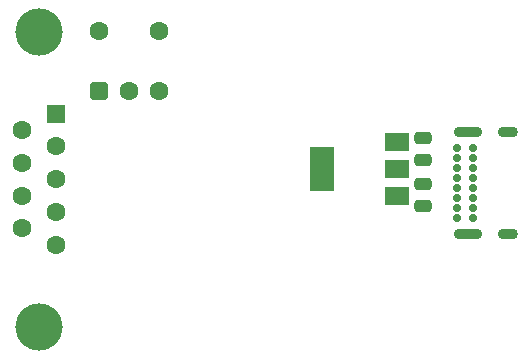
<source format=gbr>
%TF.GenerationSoftware,KiCad,Pcbnew,(6.0.2)*%
%TF.CreationDate,2022-11-22T23:48:31+01:00*%
%TF.ProjectId,CANap_,43414e61-70e9-42e6-9b69-6361645f7063,rev?*%
%TF.SameCoordinates,Original*%
%TF.FileFunction,Soldermask,Bot*%
%TF.FilePolarity,Negative*%
%FSLAX46Y46*%
G04 Gerber Fmt 4.6, Leading zero omitted, Abs format (unit mm)*
G04 Created by KiCad (PCBNEW (6.0.2)) date 2022-11-22 23:48:31*
%MOMM*%
%LPD*%
G01*
G04 APERTURE LIST*
G04 Aperture macros list*
%AMRoundRect*
0 Rectangle with rounded corners*
0 $1 Rounding radius*
0 $2 $3 $4 $5 $6 $7 $8 $9 X,Y pos of 4 corners*
0 Add a 4 corners polygon primitive as box body*
4,1,4,$2,$3,$4,$5,$6,$7,$8,$9,$2,$3,0*
0 Add four circle primitives for the rounded corners*
1,1,$1+$1,$2,$3*
1,1,$1+$1,$4,$5*
1,1,$1+$1,$6,$7*
1,1,$1+$1,$8,$9*
0 Add four rect primitives between the rounded corners*
20,1,$1+$1,$2,$3,$4,$5,0*
20,1,$1+$1,$4,$5,$6,$7,0*
20,1,$1+$1,$6,$7,$8,$9,0*
20,1,$1+$1,$8,$9,$2,$3,0*%
G04 Aperture macros list end*
%ADD10C,4.000000*%
%ADD11R,1.600000X1.600000*%
%ADD12C,1.600000*%
%ADD13RoundRect,0.400000X-0.400000X0.400000X-0.400000X-0.400000X0.400000X-0.400000X0.400000X0.400000X0*%
%ADD14C,0.700000*%
%ADD15O,2.400000X0.900000*%
%ADD16O,1.700000X0.900000*%
%ADD17RoundRect,0.250000X-0.475000X0.250000X-0.475000X-0.250000X0.475000X-0.250000X0.475000X0.250000X0*%
%ADD18R,2.000000X1.500000*%
%ADD19R,2.000000X3.800000*%
%ADD20RoundRect,0.250000X0.475000X-0.250000X0.475000X0.250000X-0.475000X0.250000X-0.475000X-0.250000X0*%
G04 APERTURE END LIST*
D10*
%TO.C,J2*%
X138460331Y-70490000D03*
X138460331Y-95490000D03*
D11*
X139880331Y-77450000D03*
D12*
X139880331Y-80220000D03*
X139880331Y-82990000D03*
X139880331Y-85760000D03*
X139880331Y-88530000D03*
X137040331Y-78835000D03*
X137040331Y-81605000D03*
X137040331Y-84375000D03*
X137040331Y-87145000D03*
%TD*%
%TO.C,SW2*%
X143560000Y-70410000D03*
X148640000Y-70410000D03*
D13*
X143560000Y-75490000D03*
D12*
X146100000Y-75490000D03*
X148640000Y-75490000D03*
%TD*%
D14*
%TO.C,J1*%
X173850000Y-80350000D03*
X173850000Y-81200000D03*
X173850000Y-82050000D03*
X173850000Y-82900000D03*
X173850000Y-83750000D03*
X173850000Y-84600000D03*
X173850000Y-85450000D03*
X173850000Y-86300000D03*
X175200000Y-86300000D03*
X175200000Y-85450000D03*
X175200000Y-84600000D03*
X175200000Y-83750000D03*
X175200000Y-82900000D03*
X175200000Y-82050000D03*
X175200000Y-81200000D03*
X175200000Y-80350000D03*
D15*
X174830000Y-79000000D03*
D16*
X178210000Y-87650000D03*
X178210000Y-79000000D03*
D15*
X174830000Y-87650000D03*
%TD*%
D17*
%TO.C,C2*%
X171018750Y-79468750D03*
X171018750Y-81368750D03*
%TD*%
D18*
%TO.C,U1*%
X168768750Y-79818750D03*
X168768750Y-82118750D03*
D19*
X162468750Y-82118750D03*
D18*
X168768750Y-84418750D03*
%TD*%
D20*
%TO.C,C1*%
X171018750Y-83368750D03*
X171018750Y-85268750D03*
%TD*%
M02*

</source>
